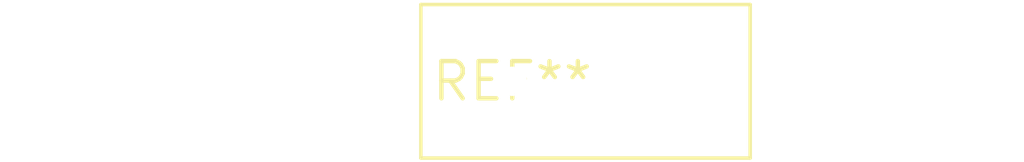
<source format=kicad_pcb>
(kicad_pcb (version 20240108) (generator pcbnew)
  (layers (0 "F.Cu" signal) (31 "B.Cu" signal) (34 "B.Paste" user) (35 "F.Paste" user) (36 "B.SilkS" user "B.Silkscreen") (37 "F.SilkS" user "F.Silkscreen") (38 "B.Mask" user) (39 "F.Mask" user) (44 "Edge.Cuts" user))
  (net 0 "")
  (footprint "C_Disc_D11.0mm_W5.0mm_P5.00mm" (layer "F.Cu") (at 0 0)
    (property "Reference" "REF**")
    (property "Value" "C_Disc_D11.0mm_W5.0mm_P5.00mm")
    (fp_line (start -3.12 -2.62) (end -3.12 2.62) (layer "F.SilkS") (stroke (width 0.12)))
    (fp_line (start -3.12 -2.62) (end 8.12 -2.62) (layer "F.SilkS") (stroke (width 0.12)))
    (fp_line (start -3.12 2.62) (end 8.12 2.62) (layer "F.SilkS") (stroke (width 0.12)))
    (fp_line (start 8.12 -2.62) (end 8.12 2.62) (layer "F.SilkS") (stroke (width 0.12)))
    (pad "1" thru_hole circle (at 0 0) (size 2 2) (drill 1) (layers *.Cu *.Mask) (remove_unused_layers))
    (pad "2" thru_hole circle (at 5 0) (size 2 2) (drill 1) (layers *.Cu *.Mask) (remove_unused_layers))
  )
)
</source>
